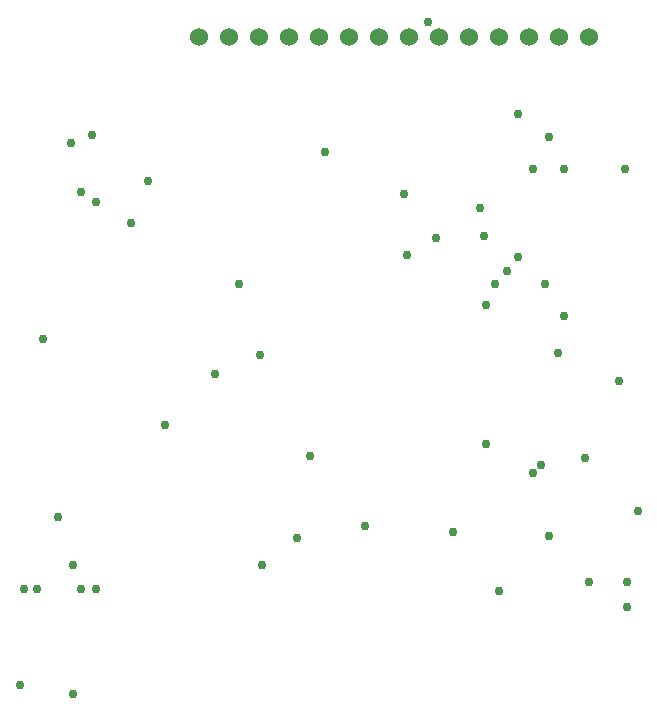
<source format=gbr>
G04 EAGLE Gerber RS-274X export*
G75*
%MOMM*%
%FSLAX34Y34*%
%LPD*%
%INCopper Layer 15*%
%IPPOS*%
%AMOC8*
5,1,8,0,0,1.08239X$1,22.5*%
G01*
%ADD10C,1.524000*%
%ADD11C,0.756400*%


D10*
X203200Y596900D03*
X228600Y596900D03*
X254000Y596900D03*
X279400Y596900D03*
X304800Y596900D03*
X330200Y596900D03*
X355600Y596900D03*
X381000Y596900D03*
X406400Y596900D03*
X431800Y596900D03*
X457200Y596900D03*
X482600Y596900D03*
X508000Y596900D03*
X533400Y596900D03*
D11*
X453390Y387604D03*
X464058Y398272D03*
X112014Y513842D03*
X376936Y464058D03*
X236474Y387604D03*
X444500Y428498D03*
X440944Y451612D03*
X472948Y410718D03*
X574294Y195580D03*
X529844Y240030D03*
X286258Y172466D03*
X456946Y128016D03*
X496062Y387604D03*
X533400Y135128D03*
X55118Y129794D03*
X512064Y485394D03*
X96012Y40894D03*
X115570Y129794D03*
X563626Y485394D03*
X65786Y129794D03*
X71120Y341376D03*
X83566Y190246D03*
X403606Y426720D03*
X378714Y412496D03*
X565404Y135128D03*
X565404Y113792D03*
X103124Y129794D03*
X485394Y227584D03*
X446278Y252476D03*
X446278Y369824D03*
X160020Y474726D03*
X254254Y327152D03*
X499618Y174244D03*
X417830Y177800D03*
X492506Y234696D03*
X96012Y149352D03*
X256032Y149352D03*
X94234Y506730D03*
X115570Y456946D03*
X145796Y439166D03*
X51562Y48006D03*
X343154Y183134D03*
X296926Y241808D03*
X103124Y465836D03*
X174244Y268478D03*
X216916Y311150D03*
X396494Y609854D03*
X485394Y485394D03*
X499618Y512064D03*
X558292Y305816D03*
X506730Y328930D03*
X309372Y499618D03*
X472948Y531622D03*
X512064Y360934D03*
M02*

</source>
